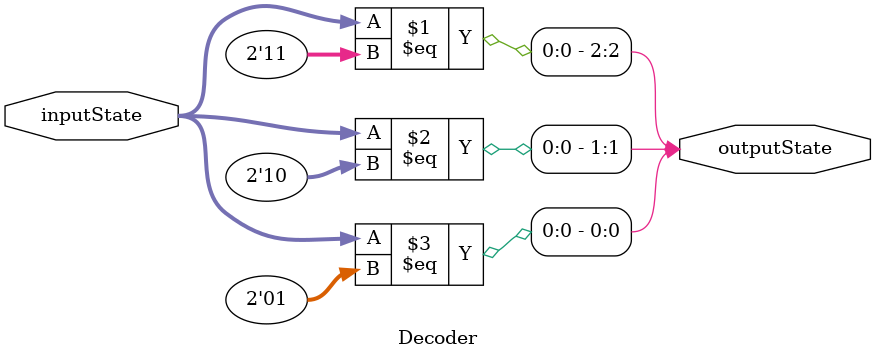
<source format=v>
`timescale 1ns / 1ps
module Decoder(inputState, outputState);
	input [1:0] inputState;
	output [2:0] outputState;
	
	assign outputState[2] = (inputState == 2'b11);
	assign outputState[1] = (inputState == 2'b10);
	assign outputState[0] = (inputState == 2'b01);
	
	
endmodule

</source>
